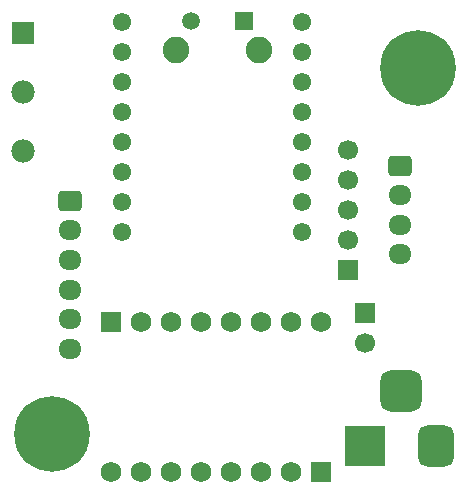
<source format=gts>
%TF.GenerationSoftware,KiCad,Pcbnew,9.0.2*%
%TF.CreationDate,2026-01-19T19:13:51-08:00*%
%TF.ProjectId,OrreryMod,4f727265-7279-44d6-9f64-2e6b69636164,rev?*%
%TF.SameCoordinates,Original*%
%TF.FileFunction,Soldermask,Top*%
%TF.FilePolarity,Negative*%
%FSLAX46Y46*%
G04 Gerber Fmt 4.6, Leading zero omitted, Abs format (unit mm)*
G04 Created by KiCad (PCBNEW 9.0.2) date 2026-01-19 19:13:51*
%MOMM*%
%LPD*%
G01*
G04 APERTURE LIST*
G04 Aperture macros list*
%AMRoundRect*
0 Rectangle with rounded corners*
0 $1 Rounding radius*
0 $2 $3 $4 $5 $6 $7 $8 $9 X,Y pos of 4 corners*
0 Add a 4 corners polygon primitive as box body*
4,1,4,$2,$3,$4,$5,$6,$7,$8,$9,$2,$3,0*
0 Add four circle primitives for the rounded corners*
1,1,$1+$1,$2,$3*
1,1,$1+$1,$4,$5*
1,1,$1+$1,$6,$7*
1,1,$1+$1,$8,$9*
0 Add four rect primitives between the rounded corners*
20,1,$1+$1,$2,$3,$4,$5,0*
20,1,$1+$1,$4,$5,$6,$7,0*
20,1,$1+$1,$6,$7,$8,$9,0*
20,1,$1+$1,$8,$9,$2,$3,0*%
G04 Aperture macros list end*
%ADD10RoundRect,0.250000X-0.725000X0.600000X-0.725000X-0.600000X0.725000X-0.600000X0.725000X0.600000X0*%
%ADD11O,1.950000X1.700000*%
%ADD12C,0.800000*%
%ADD13C,6.400000*%
%ADD14R,1.700000X1.700000*%
%ADD15C,1.700000*%
%ADD16C,1.728000*%
%ADD17RoundRect,0.102000X-0.762000X0.762000X-0.762000X-0.762000X0.762000X-0.762000X0.762000X0.762000X0*%
%ADD18RoundRect,0.875000X0.875000X0.875000X-0.875000X0.875000X-0.875000X-0.875000X0.875000X-0.875000X0*%
%ADD19RoundRect,0.750000X0.750000X1.000000X-0.750000X1.000000X-0.750000X-1.000000X0.750000X-1.000000X0*%
%ADD20R,3.500000X3.500000*%
%ADD21R,1.500000X1.500000*%
%ADD22C,1.500000*%
%ADD23C,2.250000*%
%ADD24R,1.980000X1.980000*%
%ADD25C,1.980000*%
%ADD26C,1.552000*%
G04 APERTURE END LIST*
D10*
%TO.C,J2*%
X110467500Y-90250000D03*
D11*
X110467500Y-92750000D03*
X110467500Y-95250000D03*
X110467500Y-97750000D03*
%TD*%
D10*
%TO.C,J3*%
X82532500Y-93250000D03*
D11*
X82532500Y-95750000D03*
X82532500Y-98250000D03*
X82532500Y-100750000D03*
X82532500Y-103250000D03*
X82532500Y-105750000D03*
%TD*%
D12*
%TO.C,H3*%
X112000000Y-84400000D03*
X110302944Y-83697056D03*
X113697056Y-83697056D03*
X109600000Y-82000000D03*
D13*
X112000000Y-82000000D03*
D12*
X114400000Y-82000000D03*
X110302944Y-80302944D03*
X113697056Y-80302944D03*
X112000000Y-79600000D03*
%TD*%
%TO.C,H1*%
X81000000Y-115400000D03*
X79302944Y-114697056D03*
X82697056Y-114697056D03*
X78600000Y-113000000D03*
D13*
X81000000Y-113000000D03*
D12*
X83400000Y-113000000D03*
X79302944Y-111302944D03*
X82697056Y-111302944D03*
X81000000Y-110600000D03*
%TD*%
D14*
%TO.C,J4*%
X106000000Y-99080000D03*
D15*
X106000000Y-96540000D03*
X106000000Y-94000000D03*
X106000000Y-91460000D03*
X106000000Y-88920000D03*
%TD*%
D16*
%TO.C,TMC2208*%
X103740000Y-103500000D03*
X101200000Y-103500000D03*
X98660000Y-103500000D03*
X96120000Y-103500000D03*
X93580000Y-103500000D03*
X91040000Y-103500000D03*
X88500000Y-103500000D03*
D17*
X85960000Y-103500000D03*
D16*
X85960000Y-116200000D03*
X88500000Y-116200000D03*
X91040000Y-116200000D03*
X93580000Y-116200000D03*
X96120000Y-116200000D03*
X98660000Y-116200000D03*
X101200000Y-116200000D03*
D17*
X103740000Y-116200000D03*
%TD*%
D18*
%TO.C,5V 2A*%
X110500000Y-109300000D03*
D19*
X113500000Y-114000000D03*
D20*
X107500000Y-114000000D03*
%TD*%
D21*
%TO.C,S1*%
X97250000Y-78000000D03*
D22*
X92750000Y-78000000D03*
D23*
X98500000Y-80500000D03*
X91500000Y-80500000D03*
%TD*%
D14*
%TO.C,J5*%
X107500000Y-102725000D03*
D15*
X107500000Y-105265000D03*
%TD*%
D24*
%TO.C,POT*%
X78500000Y-79000000D03*
D25*
X78500000Y-84000000D03*
X78500000Y-89000000D03*
%TD*%
D26*
%TO.C,ESP32-C3-super-mini*%
X102120000Y-95880000D03*
X102120000Y-93340000D03*
X102120000Y-90800000D03*
X102120000Y-88260000D03*
X102120000Y-83180000D03*
X102120000Y-85720000D03*
X86880000Y-78100000D03*
X102120000Y-78100000D03*
X86880000Y-80640000D03*
X86880000Y-83180000D03*
X86880000Y-85720000D03*
X86880000Y-88260000D03*
X86880000Y-90800000D03*
X86880000Y-93340000D03*
X86880000Y-95880000D03*
X102120000Y-80640000D03*
%TD*%
M02*

</source>
